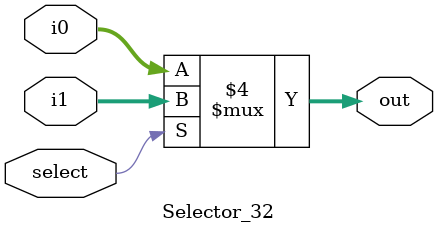
<source format=v>
`timescale 1ns / 1ps
module Selector_32(
	input [31:0] i0,
	input [31:0] i1,
	output reg [31:0] out,
	input select
	);
	always @(i0 or i1 or select) begin
		if(select == 0)
			out = i0;
		else
			out = i1;
	end
endmodule

</source>
